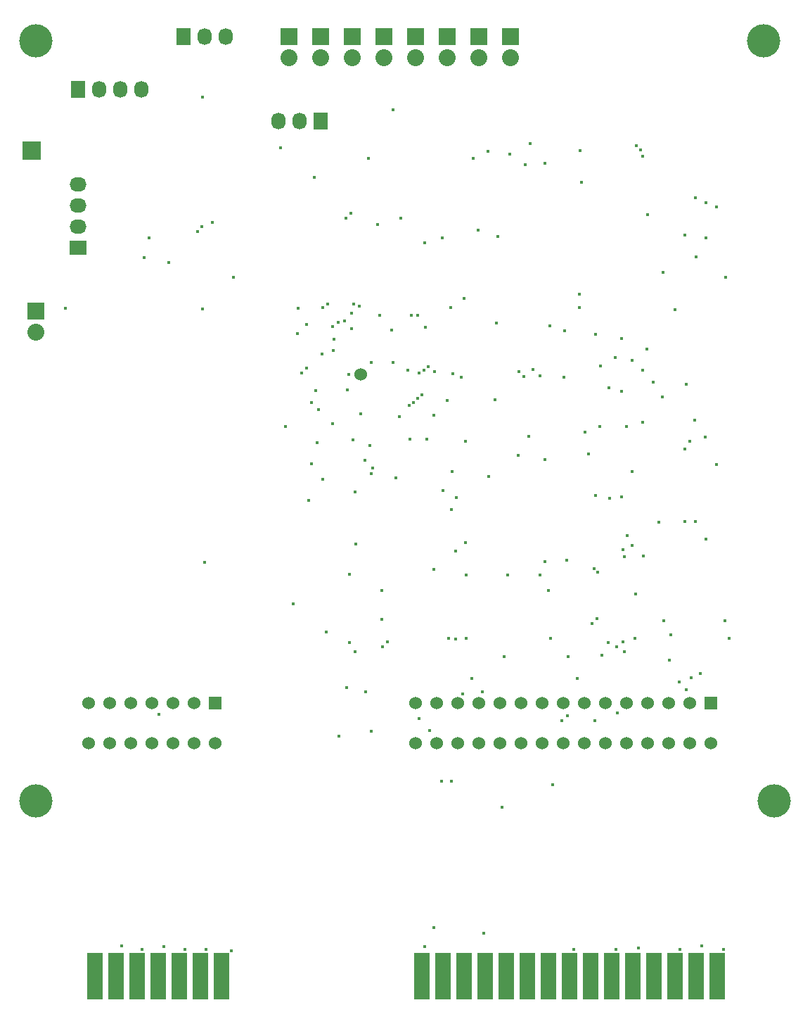
<source format=gbs>
G04 #@! TF.FileFunction,Soldermask,Bot*
%FSLAX46Y46*%
G04 Gerber Fmt 4.6, Leading zero omitted, Abs format (unit mm)*
G04 Created by KiCad (PCBNEW 4.0.2+dfsg1-stable) date Fri 08 Feb 2019 16:08:27 CET*
%MOMM*%
G01*
G04 APERTURE LIST*
%ADD10C,0.100000*%
%ADD11C,1.524000*%
%ADD12R,1.524000X1.524000*%
%ADD13R,2.032000X2.032000*%
%ADD14O,2.032000X2.032000*%
%ADD15R,2.032000X1.727200*%
%ADD16O,2.032000X1.727200*%
%ADD17R,1.727200X2.032000*%
%ADD18O,1.727200X2.032000*%
%ADD19C,4.000000*%
%ADD20R,1.930400X5.588000*%
%ADD21R,2.235200X2.235200*%
%ADD22C,0.400000*%
G04 APERTURE END LIST*
D10*
D11*
X109220000Y-102984300D03*
X109220000Y-107835700D03*
X111760000Y-102984300D03*
X111760000Y-107835700D03*
X114300000Y-102984300D03*
X114300000Y-107835700D03*
X116840000Y-102984300D03*
X116840000Y-107835700D03*
X119380000Y-102984300D03*
X119380000Y-107835700D03*
X121920000Y-102984300D03*
X121920000Y-107835700D03*
D12*
X124460000Y-102984300D03*
D11*
X124460000Y-107835700D03*
D13*
X102870000Y-55880000D03*
D14*
X102870000Y-58420000D03*
D15*
X107950000Y-48260000D03*
D16*
X107950000Y-45720000D03*
X107950000Y-43180000D03*
X107950000Y-40640000D03*
D17*
X120650000Y-22860000D03*
D18*
X123190000Y-22860000D03*
X125730000Y-22860000D03*
D13*
X148590000Y-22860000D03*
D14*
X148590000Y-25400000D03*
D13*
X133350000Y-22860000D03*
D14*
X133350000Y-25400000D03*
D13*
X152400000Y-22860000D03*
D14*
X152400000Y-25400000D03*
D13*
X137160000Y-22860000D03*
D14*
X137160000Y-25400000D03*
D13*
X156210000Y-22860000D03*
D14*
X156210000Y-25400000D03*
D13*
X140970000Y-22860000D03*
D14*
X140970000Y-25400000D03*
D13*
X160020000Y-22860000D03*
D14*
X160020000Y-25400000D03*
D13*
X144780000Y-22860000D03*
D14*
X144780000Y-25400000D03*
D17*
X137160000Y-33020000D03*
D18*
X134620000Y-33020000D03*
X132080000Y-33020000D03*
D11*
X141986000Y-63500000D03*
D17*
X107950000Y-29210000D03*
D18*
X110490000Y-29210000D03*
X113030000Y-29210000D03*
X115570000Y-29210000D03*
D19*
X102870000Y-114808000D03*
X191770000Y-114808000D03*
X102870000Y-23368000D03*
D11*
X148590000Y-102984300D03*
X148590000Y-107835700D03*
X151130000Y-102984300D03*
X151130000Y-107835700D03*
X153670000Y-102984300D03*
X153670000Y-107835700D03*
X156210000Y-102984300D03*
X156210000Y-107835700D03*
X158750000Y-102984300D03*
X158750000Y-107835700D03*
X161290000Y-102984300D03*
X161290000Y-107835700D03*
X163830000Y-102984300D03*
X163830000Y-107835700D03*
X166370000Y-102984300D03*
X166370000Y-107835700D03*
X168910000Y-102984300D03*
X168910000Y-107835700D03*
X171450000Y-102984300D03*
X171450000Y-107835700D03*
X173990000Y-102984300D03*
X173990000Y-107835700D03*
X176530000Y-102984300D03*
X176530000Y-107835700D03*
X179070000Y-102984300D03*
X179070000Y-107835700D03*
X181610000Y-102984300D03*
X181610000Y-107835700D03*
D12*
X184150000Y-102984300D03*
D11*
X184150000Y-107835700D03*
D20*
X184912000Y-135890000D03*
X182372000Y-135890000D03*
X179832000Y-135890000D03*
X177292000Y-135890000D03*
X174752000Y-135890000D03*
X172212000Y-135890000D03*
X169672000Y-135890000D03*
X167132000Y-135890000D03*
X164592000Y-135890000D03*
X162052000Y-135890000D03*
X159512000Y-135890000D03*
X156972000Y-135890000D03*
X154432000Y-135890000D03*
X151892000Y-135890000D03*
X149352000Y-135890000D03*
X125222000Y-135890000D03*
X122682000Y-135890000D03*
X120142000Y-135890000D03*
X117602000Y-135890000D03*
X115062000Y-135890000D03*
X112522000Y-135890000D03*
X109982000Y-135890000D03*
D19*
X190500000Y-23368000D03*
D21*
X102362000Y-36576000D03*
D22*
X179339500Y-94775000D03*
X169795000Y-93425700D03*
X186330300Y-95241300D03*
X122950000Y-30102500D03*
X122855300Y-45720000D03*
X136366000Y-39797900D03*
X136548700Y-65427100D03*
X143273500Y-62064200D03*
X142885900Y-37506600D03*
X155547100Y-37451800D03*
X168402600Y-36565200D03*
X183062600Y-132227300D03*
X180422500Y-132626500D03*
X179190500Y-97811200D03*
X182851200Y-99432700D03*
X175442600Y-132463300D03*
X178450700Y-93125400D03*
X185805000Y-93063400D03*
X172684500Y-132626400D03*
X168027300Y-100080300D03*
X165100000Y-112792500D03*
X166851400Y-104515000D03*
X167673800Y-132667000D03*
X156770200Y-130693100D03*
X151834000Y-47082800D03*
X106453400Y-55482900D03*
X118898000Y-50022500D03*
X140281400Y-101104800D03*
X149694400Y-132341300D03*
X181742800Y-99958000D03*
X181210700Y-101426000D03*
X180324700Y-100450300D03*
X172844400Y-104172500D03*
X173718900Y-96869100D03*
X166228800Y-105105700D03*
X170180000Y-105105700D03*
X172783400Y-96259100D03*
X154253000Y-101873100D03*
X173521800Y-95674100D03*
X156658500Y-101647200D03*
X148971000Y-104855600D03*
X155325000Y-100010600D03*
X126443000Y-132770700D03*
X145165000Y-95651500D03*
X123369500Y-132626500D03*
X141265000Y-96834300D03*
X120832600Y-132680800D03*
X137804700Y-94457800D03*
X118292600Y-132269300D03*
X142565000Y-101638400D03*
X113179400Y-132225500D03*
X140615000Y-95758200D03*
X139360100Y-106979400D03*
X143215000Y-106394400D03*
X117720000Y-104395000D03*
X171745000Y-95701500D03*
X170989000Y-97246100D03*
X170445000Y-92891200D03*
X152595900Y-95247000D03*
X185653000Y-132626500D03*
X153375000Y-95262700D03*
X150744900Y-130018800D03*
X115631500Y-132626500D03*
X164835000Y-95252000D03*
X174995000Y-95246700D03*
X144515000Y-92969300D03*
X123203000Y-86090400D03*
X154675000Y-95252000D03*
X144606000Y-96207700D03*
X159635000Y-87636600D03*
X164602600Y-89446600D03*
X154675000Y-87636600D03*
X175095500Y-89880000D03*
X132366000Y-36220800D03*
X133858000Y-91105300D03*
X143107300Y-72003900D03*
X141065800Y-71312200D03*
X136908300Y-67710000D03*
X144515000Y-89468100D03*
X161017700Y-63114500D03*
X150870700Y-63089500D03*
X161659900Y-63700400D03*
X153057600Y-63372000D03*
X162744200Y-62889300D03*
X150149800Y-62510300D03*
X140391500Y-65307300D03*
X122950000Y-55555000D03*
X135488300Y-62682300D03*
X185960000Y-51817500D03*
X145688100Y-58176500D03*
X126670100Y-51818900D03*
X135491400Y-57446900D03*
X145878200Y-31627000D03*
X144298700Y-56375300D03*
X141851200Y-55242000D03*
X154427600Y-54320200D03*
X143433500Y-74770300D03*
X137330500Y-61032800D03*
X134357600Y-58576400D03*
X143215000Y-75397700D03*
X149691300Y-47667800D03*
X134430900Y-55490900D03*
X142524500Y-73815600D03*
X141968000Y-68185900D03*
X152415700Y-66604600D03*
X141402200Y-83844400D03*
X134887400Y-63283100D03*
X140615000Y-87536200D03*
X148854400Y-66333200D03*
X141279200Y-77634200D03*
X146198000Y-75878000D03*
X179789700Y-55640100D03*
X140002900Y-57014300D03*
X178382200Y-51171200D03*
X137961300Y-54978600D03*
X176480000Y-60381600D03*
X139310400Y-57184100D03*
X175895000Y-62976900D03*
X175895000Y-69242900D03*
X137410300Y-55411400D03*
X174625000Y-61792500D03*
X138609700Y-57675400D03*
X173355000Y-59150700D03*
X173990000Y-69772500D03*
X140866800Y-57968500D03*
X172635400Y-61477300D03*
X138722700Y-59206200D03*
X170815000Y-62412900D03*
X138706700Y-60583300D03*
X173593100Y-84557900D03*
X176001800Y-85350800D03*
X171837700Y-65080900D03*
X149622400Y-62924500D03*
X171920600Y-78341800D03*
X174670800Y-84019200D03*
X173355000Y-65518100D03*
X149024100Y-63302300D03*
X173355000Y-78166300D03*
X174080400Y-82847200D03*
X154099300Y-63805000D03*
X177195900Y-64428900D03*
X173695000Y-85390300D03*
X177884600Y-81213800D03*
X170219900Y-78018800D03*
X174625000Y-75146500D03*
X148319000Y-66882100D03*
X168994700Y-70431600D03*
X147673200Y-62989700D03*
X170782900Y-69772500D03*
X170264700Y-58660300D03*
X149800000Y-57785800D03*
X170067600Y-86831400D03*
X147782000Y-67215600D03*
X170471700Y-87276500D03*
X146622500Y-68578700D03*
X147892200Y-71244500D03*
X149935300Y-71244500D03*
X169405600Y-73042400D03*
X164124800Y-73731600D03*
X168577500Y-40318500D03*
X161828200Y-38198800D03*
X154588200Y-83737500D03*
X136757200Y-71678900D03*
X153375000Y-84722600D03*
X137424700Y-76120000D03*
X153487100Y-78322200D03*
X140500200Y-63502700D03*
X152941300Y-79747500D03*
X138579100Y-69363900D03*
X182231000Y-68953500D03*
X181218300Y-64695800D03*
X180975000Y-46736400D03*
X164194000Y-38091500D03*
X180975000Y-81133900D03*
X166771800Y-85817900D03*
X182329700Y-49315400D03*
X157311200Y-36671400D03*
X182245000Y-81144600D03*
X164185000Y-85960600D03*
X153016800Y-75135200D03*
X183515000Y-83315700D03*
X163535000Y-87635400D03*
X183515000Y-47004500D03*
X184785000Y-43317900D03*
X184785000Y-74287900D03*
X157377400Y-75757500D03*
X183515000Y-42803700D03*
X183430300Y-70968700D03*
X150746500Y-68419000D03*
X162230000Y-70912500D03*
X182245000Y-42231200D03*
X181610000Y-71500000D03*
X154624800Y-71500000D03*
X175144800Y-35931700D03*
X180975000Y-72457400D03*
X149378100Y-65889700D03*
X160935000Y-73188800D03*
X175643500Y-36457000D03*
X162371000Y-35695800D03*
X144049400Y-45403000D03*
X140760600Y-44061800D03*
X148850000Y-56332100D03*
X164767500Y-57599200D03*
X166413300Y-63843900D03*
X163608900Y-63625500D03*
X145907300Y-61995800D03*
X148047500Y-56391600D03*
X166500000Y-58210000D03*
X141168700Y-55034800D03*
X168275000Y-53812500D03*
X152858800Y-55459300D03*
X168275000Y-55459300D03*
X159231600Y-97437600D03*
X166969500Y-97437600D03*
X158958000Y-115563400D03*
X152926400Y-112381400D03*
X151733200Y-112381400D03*
X150295800Y-106318300D03*
X132932900Y-69750500D03*
X136060600Y-74201700D03*
X178269000Y-66160600D03*
X158126300Y-66480800D03*
X158296500Y-57275900D03*
X140868000Y-56083100D03*
X176530000Y-44282500D03*
X146766100Y-44692700D03*
X140235300Y-44692700D03*
X135753900Y-78608900D03*
X150775000Y-86934700D03*
X136096500Y-66832800D03*
X151850900Y-77436700D03*
X159907200Y-36957500D03*
X175895000Y-37208100D03*
X158462000Y-46862500D03*
X115865000Y-49453600D03*
X124135000Y-45147800D03*
X156135600Y-46078500D03*
X122329900Y-46300900D03*
X116515000Y-47081800D03*
M02*

</source>
